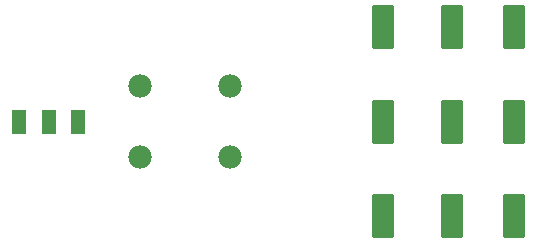
<source format=gbs>
G04 Layer: BottomSolderMaskLayer*
G04 EasyEDA v6.5.40, 2024-08-21 00:56:45*
G04 a67cddfb3fce44daa9051d46cbbcc19f,10*
G04 Gerber Generator version 0.2*
G04 Scale: 100 percent, Rotated: No, Reflected: No *
G04 Dimensions in millimeters *
G04 leading zeros omitted , absolute positions ,4 integer and 5 decimal *
%FSLAX45Y45*%
%MOMM*%

%AMMACRO1*1,1,$1,$2,$3*1,1,$1,$4,$5*1,1,$1,0-$2,0-$3*1,1,$1,0-$4,0-$5*20,1,$1,$2,$3,$4,$5,0*20,1,$1,$4,$5,0-$2,0-$3,0*20,1,$1,0-$2,0-$3,0-$4,0-$5,0*20,1,$1,0-$4,0-$5,$2,$3,0*4,1,4,$2,$3,$4,$5,0-$2,0-$3,0-$4,0-$5,$2,$3,0*%
%ADD10C,1.9812*%
%ADD11MACRO1,0.2032X0.85X-1.75X-0.85X-1.75*%
%ADD12MACRO1,0.1016X-0.5X1X0.5X1*%

%LPD*%
D10*
G01*
X1118996Y1299997D03*
G01*
X1880996Y1299997D03*
G01*
X1118996Y699998D03*
G01*
X1880996Y699998D03*
D11*
G01*
X3179992Y999999D03*
G01*
X3759991Y999999D03*
G01*
X4289990Y999999D03*
G01*
X3179992Y200000D03*
G01*
X3759991Y200000D03*
G01*
X4289990Y200000D03*
G01*
X3179992Y1800099D03*
G01*
X3759991Y1800099D03*
G01*
X4289990Y1800099D03*
D12*
G01*
X99999Y999997D03*
G01*
X349999Y999997D03*
G01*
X599998Y999997D03*
M02*

</source>
